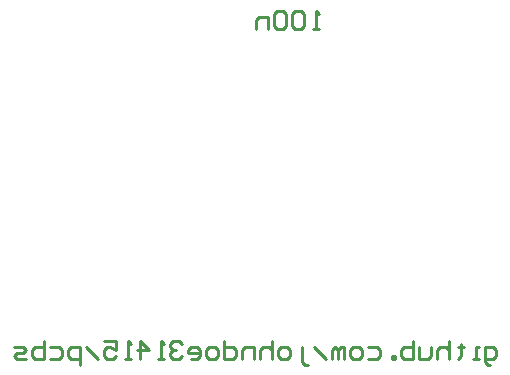
<source format=gbo>
G04 Layer_Color=13813960*
%FSLAX25Y25*%
%MOIN*%
G70*
G01*
G75*
%ADD24C,0.01000*%
D24*
X297213Y123985D02*
X296214D01*
X295214Y124985D01*
Y129983D01*
X298213D01*
X299213Y128983D01*
Y126984D01*
X298213Y125984D01*
X295214D01*
X293215D02*
X291215D01*
X292215D01*
Y129983D01*
X293215D01*
X287216Y130983D02*
Y129983D01*
X288216D01*
X286217D01*
X287216D01*
Y126984D01*
X286217Y125984D01*
X283218Y131982D02*
Y125984D01*
Y128983D01*
X282218Y129983D01*
X280219D01*
X279219Y128983D01*
Y125984D01*
X277220Y129983D02*
Y126984D01*
X276220Y125984D01*
X273221D01*
Y129983D01*
X271222Y131982D02*
Y125984D01*
X268223D01*
X267223Y126984D01*
Y127984D01*
Y128983D01*
X268223Y129983D01*
X271222D01*
X265224Y125984D02*
Y126984D01*
X264224D01*
Y125984D01*
X265224D01*
X256226Y129983D02*
X259226D01*
X260225Y128983D01*
Y126984D01*
X259226Y125984D01*
X256226D01*
X253227D02*
X251228D01*
X250229Y126984D01*
Y128983D01*
X251228Y129983D01*
X253227D01*
X254227Y128983D01*
Y126984D01*
X253227Y125984D01*
X248229D02*
Y129983D01*
X247229D01*
X246230Y128983D01*
Y125984D01*
Y128983D01*
X245230Y129983D01*
X244230Y128983D01*
Y125984D01*
X242231D02*
X238232Y129983D01*
X236233Y123985D02*
X235233D01*
X234234Y124985D01*
Y129983D01*
X229235Y125984D02*
X227236D01*
X226236Y126984D01*
Y128983D01*
X227236Y129983D01*
X229235D01*
X230235Y128983D01*
Y126984D01*
X229235Y125984D01*
X224237Y131982D02*
Y125984D01*
Y128983D01*
X223237Y129983D01*
X221238D01*
X220238Y128983D01*
Y125984D01*
X218239D02*
Y129983D01*
X215240D01*
X214240Y128983D01*
Y125984D01*
X208242Y131982D02*
Y125984D01*
X211241D01*
X212241Y126984D01*
Y128983D01*
X211241Y129983D01*
X208242D01*
X205243Y125984D02*
X203244D01*
X202244Y126984D01*
Y128983D01*
X203244Y129983D01*
X205243D01*
X206243Y128983D01*
Y126984D01*
X205243Y125984D01*
X197246D02*
X199245D01*
X200245Y126984D01*
Y128983D01*
X199245Y129983D01*
X197246D01*
X196246Y128983D01*
Y127984D01*
X200245D01*
X194247Y130983D02*
X193247Y131982D01*
X191247D01*
X190248Y130983D01*
Y129983D01*
X191247Y128983D01*
X192247D01*
X191247D01*
X190248Y127984D01*
Y126984D01*
X191247Y125984D01*
X193247D01*
X194247Y126984D01*
X188249Y125984D02*
X186249D01*
X187249D01*
Y131982D01*
X188249Y130983D01*
X180251Y125984D02*
Y131982D01*
X183250Y128983D01*
X179251D01*
X177252Y125984D02*
X175253D01*
X176252D01*
Y131982D01*
X177252Y130983D01*
X168255Y131982D02*
X172254D01*
Y128983D01*
X170254Y129983D01*
X169255D01*
X168255Y128983D01*
Y126984D01*
X169255Y125984D01*
X171254D01*
X172254Y126984D01*
X166256Y125984D02*
X162257Y129983D01*
X160258Y123985D02*
Y129983D01*
X157258D01*
X156259Y128983D01*
Y126984D01*
X157258Y125984D01*
X160258D01*
X150261Y129983D02*
X153260D01*
X154260Y128983D01*
Y126984D01*
X153260Y125984D01*
X150261D01*
X148261Y131982D02*
Y125984D01*
X145262D01*
X144263Y126984D01*
Y127984D01*
Y128983D01*
X145262Y129983D01*
X148261D01*
X142263Y125984D02*
X139264D01*
X138265Y126984D01*
X139264Y127984D01*
X141264D01*
X142263Y128983D01*
X141264Y129983D01*
X138265D01*
X240000Y236000D02*
X238001D01*
X239000D01*
Y241998D01*
X240000Y240998D01*
X235002D02*
X234002Y241998D01*
X232003D01*
X231003Y240998D01*
Y237000D01*
X232003Y236000D01*
X234002D01*
X235002Y237000D01*
Y240998D01*
X229004D02*
X228004Y241998D01*
X226005D01*
X225005Y240998D01*
Y237000D01*
X226005Y236000D01*
X228004D01*
X229004Y237000D01*
Y240998D01*
X223006Y236000D02*
Y239999D01*
X220006D01*
X219007Y238999D01*
Y236000D01*
M02*

</source>
